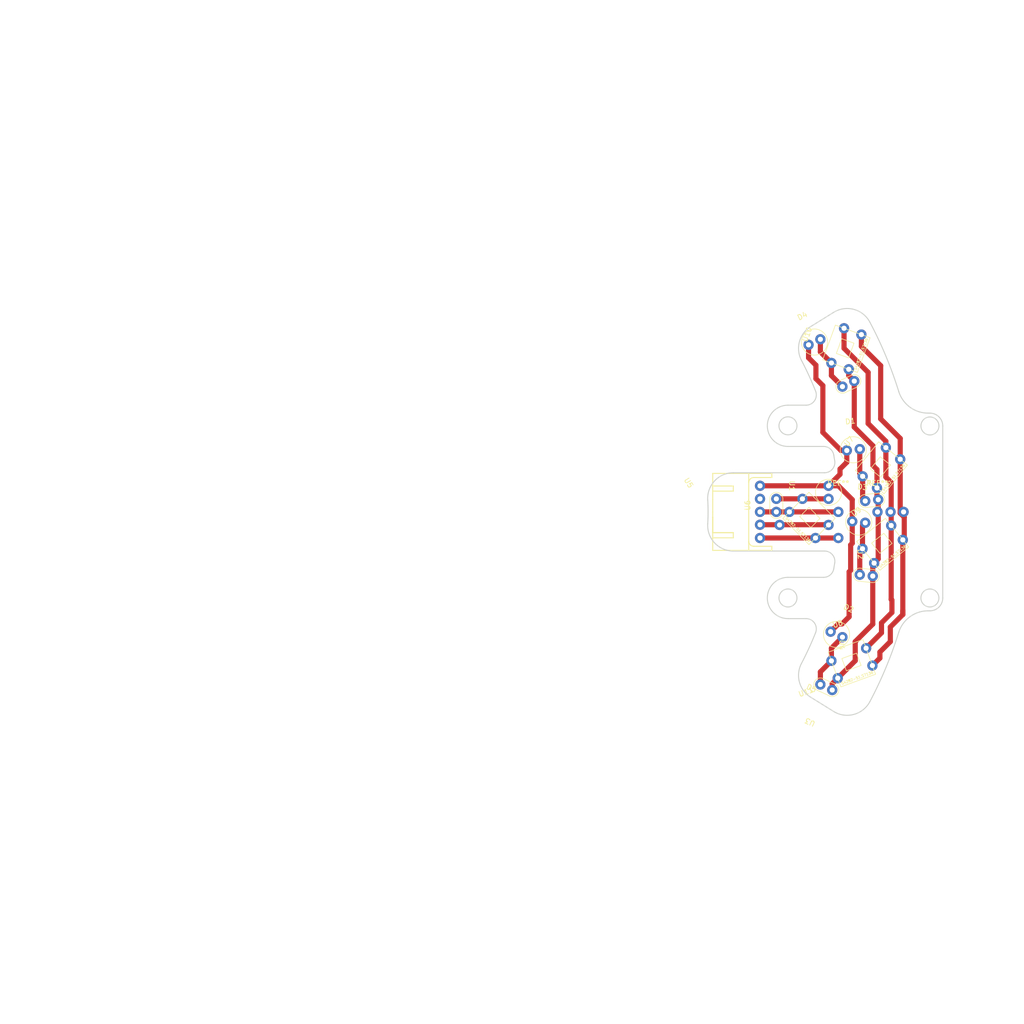
<source format=kicad_pcb>
(kicad_pcb (version 20211014) (generator pcbnew)
  (layers (0 "F.Cu" signal) (31 "B.Cu" signal) (34 "B.Paste" user) (35 "F.Paste" user) (36 "B.SilkS" user "B.Silkscreen") (37 "F.SilkS" user "F.Silkscreen") (38 "B.Mask" user) (39 "F.Mask" user) (44 "Edge.Cuts" user))
  (net 0 "")
  (net 1 "LINE_LED")
  (net 2 "Net-(D1-Pad2)")
  (net 3 "Net-(D2-Pad2)")
  (net 4 "Net-(D3-Pad2)")
  (net 5 "Net-(D4-Pad2)")
  (net 6 "Net-(D5-Pad2)")
  (net 8 "+5V")
  (net 9 "GND")
  (net 10 "LINE_data")
  (footprint "" (layer "F.Cu") (at 73.66 0)
    (fp_text reference "" (at 0 0) (layer "F.SilkS") (effects (font (size 1.27 1.27))))
    (fp_text value "" (at 0 0) (layer "F.SilkS") (effects (font (size 1.27 1.27))))
    (pad "1" thru_hole circle (at 0 0) (size 2 2) (drill 1) (layers F&B.Cu *.Mask))
  )
  (footprint "自分のフットプリント:S4282-51,S7136" (layer "F.Cu") (at 67.330769 0.381921 39)
    (fp_text reference "U9" (at 0 -0.5 39 unlocked) (layer "F.SilkS"))
    (fp_text value "S2")
    (fp_text user "S4282-51,S7136" (at 0 10.668 39 unlocked) (layer "F.SilkS") (effects (font (size 0.5 0.5) (thickness 0.1))))
    (fp_line (start -3.592102 4.027898) (end 3.592102 4.027898) (layer "F.SilkS") (width 0.12))
    (fp_line (start -3.592102 11.212102) (end -3.592102 4.027898) (layer "F.SilkS") (width 0.12))
    (fp_line (start 3.592102 4.027898) (end 3.592102 11.212102) (layer "F.SilkS") (width 0.12))
    (fp_line (start 3.592102 11.212102) (end -3.592102 11.212102) (layer "F.SilkS") (width 0.12))
    (fp_rect (start -1.524 6.096) (end 1.524 8.636) (layer "F.SilkS") (width 0.12) (fill none))
    (pad "1" thru_hole circle (at -3.592102 5.823949 84) (size 2 2) (drill 1) (layers *.Cu *.Mask) (net 4 "Net-(D3-Pad2)"))
    (pad "2" thru_hole circle (at -3.592102 9.416051 84) (size 2 2) (drill 1) (layers *.Cu *.Mask) (net 8 "+5V"))
    (pad "3" thru_hole circle (at 3.592102 9.416051 84) (size 2 2) (drill 1) (layers *.Cu *.Mask) (net 10 "LINE_data"))
    (pad "4" thru_hole circle (at 3.592102 5.823949 84) (size 2 2) (drill 1) (layers *.Cu *.Mask) (net 9 "GND"))
  )
  (footprint "自分のフットプリント:ジャンパ線" (layer "F.Cu") (at 63.5 -5.08)
    (fp_text reference "REF**" (at 0 -0.5 unlocked) (layer "F.SilkS"))
    (fp_text value "ジャンパ線")
    (pad "1" thru_hole circle (at 0 5.08) (size 2 2) (drill 1) (layers F&B.Cu *.Mask))
  )
  (footprint "自分のフットプリント:セラミックコンデンサー" (layer "F.Cu") (at 46.355 -1.27 90)
    (fp_text reference "U6" (at 0 -0.5 90 unlocked) (layer "F.SilkS"))
    (fp_text value "セラミックコンデンサー")
    (fp_line (start -1.27 3.81) (end 1.27 3.81) (layer "F.SilkS") (width 0.12))
    (fp_line (start -1.27 6.35) (end 1.27 6.35) (layer "F.SilkS") (width 0.12))
    (fp_arc (start 1.27 3.81) (mid 2.54 5.08) (end 1.27 6.35) (layer "F.SilkS") (width 0.12))
    (fp_arc (start -1.27 6.35) (mid -2.54 5.08) (end -1.27 3.81) (layer "F.SilkS") (width 0.12))
    (pad "1" thru_hole circle (at -1.27 5.08 90) (size 2 2) (drill 1) (layers *.Cu *.Mask) (net 8 "+5V"))
    (pad "2" thru_hole circle (at 1.27 5.08 90) (size 2 2) (drill 1) (layers *.Cu *.Mask) (net 6 "Net-(D5-Pad2)"))
  )
  (footprint "自分のフットプリント:LED" (layer "F.Cu") (at 65.87926 -17.140153 6)
    (fp_text reference "D1" (at 0 -0.5 6 unlocked) (layer "F.SilkS"))
    (fp_text value "LED")
    (fp_circle (center 0 5.08) (end 0 2.54) (layer "F.SilkS") (width 0.12) (fill none))
    (pad "1" thru_hole circle (at -1.27 5.08 6) (size 2 2) (drill 1) (layers *.Cu *.Mask) (net 1 "LINE_LED"))
    (pad "2" thru_hole circle (at 1.27 5.08 6) (size 2 2) (drill 1) (layers *.Cu *.Mask) (net 2 "Net-(D1-Pad2)"))
  )
  (footprint "自分のフットプリント:LED" (layer "F.Cu") (at 65.297378 19.238349 -25)
    (fp_text reference "D2" (at 0 -0.5 -25 unlocked) (layer "F.SilkS"))
    (fp_text value "LED")
    (fp_circle (center 0 5.08) (end 0 2.54) (layer "F.SilkS") (width 0.12) (fill none))
    (pad "1" thru_hole circle (at -1.27 5.08 335) (size 2 2) (drill 1) (layers *.Cu *.Mask) (net 1 "LINE_LED"))
    (pad "2" thru_hole circle (at 1.27 5.08 335) (size 2 2) (drill 1) (layers *.Cu *.Mask) (net 3 "Net-(D2-Pad2)"))
  )
  (footprint "自分のフットプリント:セラミックコンデンサー" (layer "F.Cu") (at 70.529364 2.803029 -174)
    (fp_text reference "U2" (at 3.31 -5.08 -84 unlocked) (layer "F.SilkS"))
    (fp_text value "セラミックコンデンサー")
    (fp_line (start -1.27 6.35) (end 1.27 6.35) (layer "F.SilkS") (width 0.12))
    (fp_line (start -1.27 3.81) (end 1.27 3.81) (layer "F.SilkS") (width 0.12))
    (fp_arc (start 1.27 3.81) (mid 2.54 5.08) (end 1.27 6.35) (layer "F.SilkS") (width 0.12))
    (fp_arc (start -1.27 6.35) (mid -2.54 5.08) (end -1.27 3.81) (layer "F.SilkS") (width 0.12))
    (pad "1" thru_hole circle (at -1.27 5.08 186) (size 2 2) (drill 1) (layers *.Cu *.Mask) (net 8 "+5V"))
    (pad "2" thru_hole circle (at 1.27 5.08 186) (size 2 2) (drill 1) (layers *.Cu *.Mask) (net 2 "Net-(D1-Pad2)"))
  )
  (footprint "" (layer "F.Cu") (at 63.5 5.08)
    (fp_text reference "" (at 0 0) (layer "F.SilkS") (effects (font (size 1.27 1.27))))
    (fp_text value "" (at 0 0) (layer "F.SilkS") (effects (font (size 1.27 1.27))))
    (pad "1" thru_hole circle (at 0 0) (size 2 2) (drill 1) (layers F&B.Cu *.Mask))
  )
  (footprint "" (layer "F.Cu") (at 76.2 0)
    (fp_text reference "" (at 0 0) (layer "F.SilkS") (effects (font (size 1.27 1.27))))
    (fp_text value "" (at 0 0) (layer "F.SilkS") (effects (font (size 1.27 1.27))))
    (pad "1" thru_hole circle (at 0 0) (size 2 2) (drill 1) (layers F&B.Cu *.Mask))
  )
  (footprint "自分のフットプリント:セラミックコンデンサー" (layer "F.Cu") (at 67.5994 -20.311798 -155)
    (fp_text reference "U5" (at 36.30832 0.753279 -59 unlocked) (layer "F.SilkS"))
    (fp_text value "セラミックコンデンサー")
    (fp_line (start -1.27 3.81) (end 1.27 3.81) (layer "F.SilkS") (width 0.12))
    (fp_line (start -1.27 6.35) (end 1.27 6.35) (layer "F.SilkS") (width 0.12))
    (fp_arc (start -1.27 6.35) (mid -2.54 5.08) (end -1.27 3.81) (layer "F.SilkS") (width 0.12))
    (fp_arc (start 1.27 3.81) (mid 2.54 5.08) (end 1.27 6.35) (layer "F.SilkS") (width 0.12))
    (pad "1" thru_hole circle (at -1.27 5.08 205) (size 2 2) (drill 1) (layers *.Cu *.Mask) (net 8 "+5V"))
    (pad "2" thru_hole circle (at 1.27 5.08 205) (size 2 2) (drill 1) (layers *.Cu *.Mask) (net 5 "Net-(D4-Pad2)"))
  )
  (footprint "自分のフットプリント:LED" (layer "F.Cu") (at 68.003278 -3.068532 -6)
    (fp_text reference "D3" (at 0 -1.77 -6 unlocked) (layer "F.SilkS"))
    (fp_text value "LED")
    (fp_circle (center 0 5.08) (end 0 2.54) (layer "F.SilkS") (width 0.12) (fill none))
    (pad "1" thru_hole circle (at -1.27 5.08 354) (size 2 2) (drill 1) (layers *.Cu *.Mask) (net 1 "LINE_LED"))
    (pad "2" thru_hole circle (at 1.27 5.08 354) (size 2 2) (drill 1) (layers *.Cu *.Mask) (net 4 "Net-(D3-Pad2)"))
  )
  (footprint "自分のフットプリント:LED" (layer "F.Cu") (at 56.709776 -37.654522 25)
    (fp_text reference "D4" (at 0 -0.5 25 unlocked) (layer "F.SilkS"))
    (fp_text value "LED")
    (fp_circle (center 0 5.08) (end 0 2.54) (layer "F.SilkS") (width 0.12) (fill none))
    (pad "1" thru_hole circle (at -1.27 5.08 25) (size 2 2) (drill 1) (layers *.Cu *.Mask) (net 1 "LINE_LED"))
    (pad "2" thru_hole circle (at 1.27 5.08 25) (size 2 2) (drill 1) (layers *.Cu *.Mask) (net 5 "Net-(D4-Pad2)"))
  )
  (footprint "自分のフットプリント:ジャンパ線" (layer "F.Cu") (at 71.12 -5.08)
    (fp_text reference "REF**" (at 0 -0.5 unlocked) (layer "F.SilkS"))
    (fp_text value "ジャンパ線")
    (pad "1" thru_hole circle (at 0 5.08) (size 2 2) (drill 1) (layers *.Cu *.Mask))
  )
  (footprint "自分のフットプリント:S4282-51,S7136" (layer "F.Cu") (at 63.173154 -4.118154 -45)
    (fp_text reference "U11" (at 23.467777 31.922444 20 unlocked) (layer "F.SilkS"))
    (fp_text value "S0")
    (fp_text user "S4282-51,S7136" (at 0 10.668 -45 unlocked) (layer "F.SilkS") (effects (font (size 0.5 0.5) (thickness 0.1))))
    (fp_line (start -3.592102 4.027898) (end 3.592102 4.027898) (layer "F.SilkS") (width 0.12))
    (fp_line (start 3.592102 11.212102) (end -3.592102 11.212102) (layer "F.SilkS") (width 0.12))
    (fp_line (start 3.592102 4.027898) (end 3.592102 11.212102) (layer "F.SilkS") (width 0.12))
    (fp_line (start -3.592102 11.212102) (end -3.592102 4.027898) (layer "F.SilkS") (width 0.12))
    (fp_rect (start -1.524 6.096) (end 1.524 8.636) (layer "F.SilkS") (width 0.12) (fill none))
    (pad "1" thru_hole circle (at -3.592102 5.823949) (size 2 2) (drill 1) (layers *.Cu *.Mask) (net 6 "Net-(D5-Pad2)"))
    (pad "2" thru_hole circle (at -3.592102 9.416051) (size 2 2) (drill 1) (layers *.Cu *.Mask) (net 8 "+5V"))
    (pad "3" thru_hole circle (at 3.592102 9.416051) (size 2 2) (drill 1) (layers *.Cu *.Mask) (net 10 "LINE_data"))
    (pad "4" thru_hole circle (at 3.592102 5.823949) (size 2 2) (drill 1) (layers *.Cu *.Mask) (net 9 "GND"))
  )
  (footprint "自分のフットプリント:セラミックコンデンサー" (layer "F.Cu") (at 68.405345 17.405656 174)
    (fp_text reference "U4" (at 3.309999 -8.89 264 unlocked) (layer "F.SilkS"))
    (fp_text value "セラミックコンデンサー")
    (fp_line (start -1.27 6.35) (end 1.27 6.35) (layer "F.SilkS") (width 0.12))
    (fp_line (start -1.27 3.81) (end 1.27 3.81) (layer "F.SilkS") (width 0.12))
    (fp_arc (start -1.27 6.35) (mid -2.54 5.08) (end -1.27 3.81) (layer "F.SilkS") (width 0.12))
    (fp_arc (start 1.27 3.81) (mid 2.54 5.08) (end 1.27 6.35) (layer "F.SilkS") (width 0.12))
    (pad "1" thru_hole circle (at -1.27 5.08 174) (size 2 2) (drill 1) (layers *.Cu *.Mask) (net 8 "+5V"))
    (pad "2" thru_hole circle (at 1.27 5.08 174) (size 2 2) (drill 1) (layers *.Cu *.Mask) (net 4 "Net-(D3-Pad2)"))
  )
  (footprint "自分のフットプリント:セラミックコンデンサー" (layer "F.Cu") (at 59.011797 38.727974 155)
    (fp_text reference "U3" (at 0 -2.405 155 unlocked) (layer "F.SilkS"))
    (fp_text value "セラミックコンデンサー")
    (fp_line (start -1.27 3.81) (end 1.27 3.81) (layer "F.SilkS") (width 0.12))
    (fp_line (start -1.27 6.35) (end 1.27 6.35) (layer "F.SilkS") (width 0.12))
    (fp_arc (start -1.27 6.35) (mid -2.54 5.08) (end -1.27 3.81) (layer "F.SilkS") (width 0.12))
    (fp_arc (start 1.27 3.81) (mid 2.54 5.08) (end 1.27 6.35) (layer "F.SilkS") (width 0.12))
    (pad "1" thru_hole circle (at -1.27 5.08 155) (size 2 2) (drill 1) (layers *.Cu *.Mask) (net 8 "+5V"))
    (pad "2" thru_hole circle (at 1.27 5.08 155) (size 2 2) (drill 1) (layers *.Cu *.Mask) (net 3 "Net-(D2-Pad2)"))
  )
  (footprint "自分のフットプリント:S4282-51,S7136" (layer "F.Cu") (at 65.964872 -13.377567 51)
    (fp_text reference "U7" (at 0 -0.5 51 unlocked) (layer "F.SilkS"))
    (fp_text value "S0")
    (fp_text user "S4282-51,S7136" (at 0 10.668 51 unlocked) (layer "F.SilkS") (effects (font (size 0.5 0.5) (thickness 0.1))))
    (fp_line (start -3.592102 4.027898) (end 3.592102 4.027898) (layer "F.SilkS") (width 0.12))
    (fp_line (start 3.592102 11.212102) (end -3.592102 11.212102) (layer "F.SilkS") (width 0.12))
    (fp_line (start 3.592102 4.027898) (end 3.592102 11.212102) (layer "F.SilkS") (width 0.12))
    (fp_line (start -3.592102 11.212102) (end -3.592102 4.027898) (layer "F.SilkS") (width 0.12))
    (fp_rect (start -1.524 6.096) (end 1.524 8.636) (layer "F.SilkS") (width 0.12) (fill none))
    (pad "1" thru_hole circle (at -3.592102 5.823949 96) (size 2 2) (drill 1) (layers *.Cu *.Mask) (net 2 "Net-(D1-Pad2)"))
    (pad "2" thru_hole circle (at -3.592102 9.416051 96) (size 2 2) (drill 1) (layers *.Cu *.Mask) (net 8 "+5V"))
    (pad "3" thru_hole circle (at 3.592102 9.416051 96) (size 2 2) (drill 1) (layers *.Cu *.Mask) (net 10 "LINE_data"))
    (pad "4" thru_hole circle (at 3.592102 5.823949 96) (size 2 2) (drill 1) (layers *.Cu *.Mask) (net 9 "GND"))
  )
  (footprint "自分のフットプリント:LED" (layer "F.Cu") (at 66.675 -3.81 -90)
    (fp_text reference "D5" (at 38.133842 8.412103 -25 unlocked) (layer "F.SilkS"))
    (fp_text value "LED")
    (fp_circle (center 0 5.08) (end 0 2.54) (layer "F.SilkS") (width 0.12) (fill none))
    (pad "1" thru_hole circle (at -1.27 5.08 270) (size 2 2) (drill 1) (layers *.Cu *.Mask) (net 1 "LINE_LED"))
    (pad "2" thru_hole circle (at 1.27 5.08 270) (size 2 2) (drill 1) (layers *.Cu *.Mask) (net 6 "Net-(D5-Pad2)"))
  )
  (footprint "自分のフットプリント:S4282-51,S7136" (layer "F.Cu") (at 63.538152 22.281868 20)
    (fp_text reference "U8" (at 0 -0.5 20 unlocked) (layer "F.SilkS"))
    (fp_text value "S1")
    (fp_text user "S4282-51,S7136" (at 0 10.668 20 unlocked) (layer "F.SilkS") (effects (font (size 0.5 0.5) (thickness 0.1))))
    (fp_line (start 3.592102 4.027898) (end 3.592102 11.212102) (layer "F.SilkS") (width 0.12))
    (fp_line (start 3.592102 11.212102) (end -3.592102 11.212102) (layer "F.SilkS") (width 0.12))
    (fp_line (start -3.592102 4.027898) (end 3.592102 4.027898) (layer "F.SilkS") (width 0.12))
    (fp_line (start -3.592102 11.212102) (end -3.592102 4.027898) (layer "F.SilkS") (width 0.12))
    (fp_rect (start -1.524 6.096) (end 1.524 8.636) (layer "F.SilkS") (width 0.12) (fill none))
    (pad "1" thru_hole circle (at -3.592102 5.823949 65) (size 2 2) (drill 1) (layers *.Cu *.Mask) (net 3 "Net-(D2-Pad2)"))
    (pad "2" thru_hole circle (at -3.592102 9.416051 65) (size 2 2) (drill 1) (layers *.Cu *.Mask) (net 8 "+5V"))
    (pad "3" thru_hole circle (at 3.592102 9.416051 65) (size 2 2) (drill 1) (layers *.Cu *.Mask) (net 10 "LINE_data"))
    (pad "4" thru_hole circle (at 3.592102 5.823949 65) (size 2 2) (drill 1) (layers *.Cu *.Mask) (net 9 "GND"))
  )
  (footprint "自分のフットプリント:S4282-51,S7136" (layer "F.Cu") (at 57.910437 -34.350541 70)
    (fp_text reference "U10" (at 0 -0.5 70 unlocked) (layer "F.SilkS"))
    (fp_text value "S3")
    (fp_text user "S4282-51,S7136" (at 0 10.668 70 unlocked) (layer "F.SilkS") (effects (font (size 0.5 0.5) (thickness 0.1))))
    (fp_line (start 3.592102 11.212102) (end -3.592102 11.212102) (layer "F.SilkS") (width 0.12))
    (fp_line (start -3.592102 11.212102) (end -3.592102 4.027898) (layer "F.SilkS") (width 0.12))
    (fp_line (start 3.592102 4.027898) (end 3.592102 11.212102) (layer "F.SilkS") (width 0.12))
    (fp_line (start -3.592102 4.027898) (end 3.592102 4.027898) (layer "F.SilkS") (width 0.12))
    (fp_rect (start -1.524 6.096) (end 1.524 8.636) (layer "F.SilkS") (width 0.12) (fill none))
    (pad "1" thru_hole circle (at -3.592102 5.823949 115) (size 2 2) (drill 1) (layers *.Cu *.Mask) (net 5 "Net-(D4-Pad2)"))
    (pad "2" thru_hole circle (at -3.592102 9.416051 115) (size 2 2) (drill 1) (layers *.Cu *.Mask) (net 8 "+5V"))
    (pad "3" thru_hole circle (at 3.592102 9.416051 115) (size 2 2) (drill 1) (layers *.Cu *.Mask) (net 10 "LINE_data"))
    (pad "4" thru_hole circle (at 3.592102 5.823949 115) (size 2 2) (drill 1) (layers *.Cu *.Mask) (net 9 "GND"))
  )
  (footprint "" (layer "F.Cu") (at 52.07 2.54)
    (fp_text reference "" (at 0 0) (layer "F.SilkS") (effects (font (size 1.27 1.27))))
    (fp_text value "" (at 0 0) (layer "F.SilkS") (effects (font (size 1.27 1.27))))
    (pad "1" thru_hole circle (at 0 0) (size 2 2) (drill 1) (layers F&B.Cu *.Mask))
  )
  (footprint "自分のフットプリント:L字コネクター5ピン" (layer "F.Cu") (at 55.88 -5.08 -90)
    (fp_text reference "U1" (at 0 1.405 -90 unlocked) (layer "F.SilkS"))
    (fp_text value "コネクター5ピン")
    (fp_line (start -2.41 5.32) (end -1.61 5.32) (layer "F.SilkS") (width 0.2))
    (fp_line (start 4.47 9.82) (end 12.57 9.82) (layer "F.SilkS") (width 0.2))
    (fp_line (start 2.67 16.82) (end 0.13 16.82) (layer "F.SilkS") (width 0.2))
    (fp_line (start -2.41 9.82) (end -2.41 5.32) (layer "F.SilkS") (width 0.2))
    (fp_line (start 9.12 16.82) (end 6.12 16.82) (layer "F.SilkS") (width 0.2))
    (fp_line (start 12.57 16.82) (end 10.12 16.82) (layer "F.SilkS") (width 0.2))
    (fp_line (start 1.93 9.82) (end 2.67 9.82) (layer "F.SilkS") (width 0.2))
    (fp_line (start 12.57 9.82) (end 12.57 16.82) (layer "F.SilkS") (width 0.2))
    (fp_line (start -2.41 9.82) (end 1.93 9.82) (layer "F.SilkS") (width 0.2))
    (fp_line (start 11.77 5.32) (end 12.57 5.32) (layer "F.SilkS") (width 0.2))
    (fp_line (start 9.12 12.82) (end 10.12 12.82) (layer "F.SilkS") (width 0.2))
    (fp_line (start 9.12 16.82) (end 9.12 12.82) (layer "F.SilkS") (width 0.2))
    (fp_line (start 9.12 12.82) (end 9.12 16.82) (layer "F.SilkS") (width 0.2))
    (fp_line (start 1.04 12.82) (end 0.04 12.82) (layer "F.SilkS") (width 0.2))
    (fp_line (start 5.12 16.82) (end 2.67 16.82) (layer "F.SilkS") (width 0.2))
    (fp_line (start 1.04 16.82) (end 1.04 12.82) (layer "F.SilkS") (width 0.2))
    (fp_line (start 0.13 16.82) (end -2.41 16.82) (layer "F.SilkS") (width 0.2))
    (fp_line (start 2.67 9.82) (end 4.47 9.82) (layer "F.SilkS") (width 0.2))
    (fp_line (start 10.12 12.82) (end 10.12 16.82) (layer "F.SilkS") (width 0.2))
    (fp_line (start 6.12 16.82) (end 5.12 16.82) (layer "F.SilkS") (width 0.2))
    (fp_line (start 6.12 16.82) (end 9.12 16.82) (layer "F.SilkS") (width 0.2))
    (fp_line (start -2.41 16.82) (end -2.41 9.82) (layer "F.SilkS") (width 0.2))
    (fp_line (start -1.61 5.32) (end -1.61 8.82) (layer "F.SilkS") (width 0.2))
    (fp_line (start 0.04 12.82) (end 0.04 16.82) (layer "F.SilkS") (width 0.2))
    (fp_line (start 11.77 8.82) (end 11.77 5.32) (layer "F.SilkS") (width 0.2))
    (fp_line (start 10.12 16.82) (end 9.12 16.82) (layer "F.SilkS") (width 0.2))
    (fp_line (start 12.57 5.32) (end 12.57 9.82) (layer "F.SilkS") (width 0.2))
    (fp_arc (start -0.61 9.82) (mid -1.317107 9.527107) (end -1.61 8.82) (layer "F.SilkS") (width 0.2))
    (fp_arc (start 11.77 8.82) (mid 11.477107 9.527107) (end 10.77 9.82) (layer "F.SilkS") (width 0.2))
    (pad "1" thru_hole circle (at 0 7.62 90) (size 2 2) (drill 1) (layers *.Mask "F.Cu" "In1.Cu" "B.Cu") (net 1 "LINE_LED"))
    (pad "2" thru_hole circle (at 2.54 7.62 90) (size 2 2) (drill 1) (layers *.Mask "F.Cu" "In1.Cu" "B.Cu"))
    (pad "3" thru_hole circle (at 5.08 7.62 90) (size 2 2) (drill 1) (layers *.Mask "F.Cu" "In1.Cu" "B.Cu") (net 8 "+5V"))
    (pad "4" thru_hole circle (at 7.58 7.62 90) (size 2 2) (drill 1) (layers *.Cu *.Mask) (net 9 "GND"))
    (pad "5" thru_hole circle (at 10.16 7.62 90) (size 2 2) (drill 1) (layers *.Mask "F.Cu" "In1.Cu" "B.Cu") (net 10 "LINE_data"))
  )
  (gr_arc (start 62.79922 -9.932442) (mid 62.344458 -8.320917) (end 60.823775 -7.619999) (layer "Edge.Cuts") (width 0.2))
  (gr_arc (start 38.084617 -2.31644) (mid 38.155 0) (end 38.084617 2.316441) (layer "Edge.Cuts") (width 0.2))
  (gr_arc (start 59.075897 23.503854) (mid 57.778663 26.533341) (end 56.326193 29.49154) (layer "Edge.Cuts") (width 0.2))
  (gr_arc (start 56.326193 -29.491539) (mid 55.932342 -33.127944) (end 58.11971 -36.059483) (layer "Edge.Cuts") (width 0.2))
  (gr_line (start 60.823775 -7.619999) (end 43.075394 -7.62) (layer "Edge.Cuts") (width 0.2))
  (gr_circle (center 53.700144 16.75) (end 54.93758 15.512563) (layer "Edge.Cuts") (width 0.2) (fill none))
  (gr_line (start 57.217576 -20.7645) (end 53.700144 -20.764499) (layer "Edge.Cuts") (width 0.2))
  (gr_line (start 58.11971 36.059484) (end 62.58336 38.828904) (layer "Edge.Cuts") (width 0.2))
  (gr_line (start 53.700144 20.7645) (end 57.217576 20.764501) (layer "Edge.Cuts") (width 0.2))
  (gr_line (start 62.58336 -38.828903) (end 58.11971 -36.059483) (layer "Edge.Cuts") (width 0.2))
  (gr_arc (start 60.823775 7.62) (mid 62.344442 8.320941) (end 62.79922 9.932442) (layer "Edge.Cuts") (width 0.2))
  (gr_arc (start 57.217576 20.764501) (mid 58.872673 21.641715) (end 59.075897 23.503854) (layer "Edge.Cuts") (width 0.2))
  (gr_line (start 83.819838 16.75) (end 83.819837 -16.72353) (layer "Edge.Cuts") (width 0.2))
  (gr_circle (center 81.319838 16.75) (end 82.557275 15.512563) (layer "Edge.Cuts") (width 0.2) (fill none))
  (gr_line (start 62.79922 9.932442) (end 62.606201 11.084172) (layer "Edge.Cuts") (width 0.2))
  (gr_arc (start 75.246342 23.463855) (mid 72.753492 30.32314) (end 69.636872 36.92244) (layer "Edge.Cuts") (width 0.2))
  (gr_arc (start 58.11971 36.059484) (mid 55.932363 33.127939) (end 56.326193 29.49154) (layer "Edge.Cuts") (width 0.2))
  (gr_circle (center 53.700144 -16.75) (end 54.93758 -17.987436) (layer "Edge.Cuts") (width 0.2) (fill none))
  (gr_arc (start 69.636872 36.92244) (mid 66.524018 39.407027) (end 62.58336 38.828904) (layer "Edge.Cuts") (width 0.2))
  (gr_arc (start 62.606201 11.084172) (mid 61.921873 12.268051) (end 60.636829 12.7355) (layer "Edge.Cuts") (width 0.2))
  (gr_arc (start 80.956399 -19.219765) (mid 77.416343 -20.395425) (end 75.255116 -23.4357) (layer "Edge.Cuts") (width 0.2))
  (gr_arc (start 83.819838 16.75) (mid 83.087605 18.517767) (end 81.319838 19.25) (layer "Edge.Cuts") (width 0.2))
  (gr_line (start 60.636829 12.7355) (end 53.700144 12.7355) (layer "Edge.Cuts") (width 0.2))
  (gr_arc (start 62.58336 -38.828903) (mid 66.524017 -39.407022) (end 69.636872 -36.922439) (layer "Edge.Cuts") (width 0.2))
  (gr_arc (start 56.326193 -29.491539) (mid 57.77866 -26.53334) (end 59.075897 -23.503854) (layer "Edge.Cuts") (width 0.2))
  (gr_circle (center 81.325285 -16.72353) (end 82.562721 -17.960967) (layer "Edge.Cuts") (width 0.2) (fill none))
  (gr_line (start 62.606201 -11.084171) (end 62.79922 -9.932442) (layer "Edge.Cuts") (width 0.2))
  (gr_line (start 53.700144 -12.7355) (end 60.636829 -12.7355) (layer "Edge.Cuts") (width 0.2))
  (gr_arc (start 81.325285 -19.218083) (mid 83.089198 -18.48744) (end 83.819837 -16.72353) (layer "Edge.Cuts") (width 0.2))
  (gr_arc (start 75.246342 23.463855) (mid 77.418818 20.416942) (end 80.974316 19.25) (layer "Edge.Cuts") (width 0.2))
  (gr_line (start 80.974316 19.25) (end 81.319838 19.25) (layer "Edge.Cuts") (width 0.2))
  (gr_line (start 43.075394 7.620001) (end 60.823775 7.62) (layer "Edge.Cuts") (width 0.2))
  (gr_arc (start 59.075897 -23.503854) (mid 58.872702 -21.641681) (end 57.217576 -20.7645) (layer "Edge.Cuts") (width 0.2))
  (gr_arc (start 53.700144 20.7645) (mid 49.685644 16.75) (end 53.700144 12.7355) (layer "Edge.Cuts") (width 0.2))
  (gr_line (start 81.325285 -19.218083) (end 80.956399 -19.219765) (layer "Edge.Cuts") (width 0.2))
  (gr_arc (start 43.075394 7.620001) (mid 39.434119 6.046528) (end 38.084617 2.316441) (layer "Edge.Cuts") (width 0.2))
  (gr_arc (start 69.636872 -36.922439) (mid 72.759159 -30.309526) (end 75.255116 -23.4357) (layer "Edge.Cuts") (width 0.2))
  (gr_arc (start 38.084617 -2.31644) (mid 39.434116 -6.04653) (end 43.075394 -7.62) (layer "Edge.Cuts") (width 0.2))
  (gr_arc (start 60.636829 -12.7355) (mid 61.921868 -12.268037) (end 62.606201 -11.084171) (layer "Edge.Cuts") (width 0.2))
  (gr_arc (start 53.700144 -12.7355) (mid 49.685644 -16.75) (end 53.700144 -20.764499) (layer "Edge.Cuts") (width 0.2))
  (segment (start 59.14 -25.93) (end 59.14 -28.55) (width 1) (layer "F.Cu") (net 1))
  (segment (start 60.49 -15.48) (end 60.49 -24.58) (width 1) (layer "F.Cu") (net 1))
  (segment (start 63.83 -7.315) (end 63.83 -8.34) (width 1) (layer "F.Cu") (net 1))
  (segment (start 65.9 11.36) (end 65.6 11.66) (width 1) (layer "F.Cu") (net 1))
  (segment (start 66.209231 -2.380769) (end 66.209231 1.850888) (width 1) (layer "F.Cu") (net 1))
  (segment (start 61.595 -5.08) (end 63.83 -7.315) (width 1) (layer "F.Cu") (net 1))
  (segment (start 63.43 21.8) (end 63.43 21.875133) (width 1) (layer "F.Cu") (net 1))
  (segment (start 61.595 -5.08) (end 48.26 -5.08) (width 1) (layer "F.Cu") (net 1))
  (segment (start 63.43 21.875133) (end 61.999466 23.305667) (width 1) (layer "F.Cu") (net 1))
  (segment (start 65.6 20.41) (end 64.21 21.8) (width 1) (layer "F.Cu") (net 1))
  (segment (start 59.14 -28.55) (end 57.705666 -29.984334) (width 1) (layer "F.Cu") (net 1))
  (segment (start 65.9 6.42) (end 65.9 11.36) (width 1) (layer "F.Cu") (net 1))
  (segment (start 65.6 11.66) (end 65.6 20.41) (width 1) (layer "F.Cu") (net 1))
  (segment (start 64.014769 -11.955231) (end 60.49 -15.48) (width 1) (layer "F.Cu") (net 1))
  (segment (start 66.209231 6.110769) (end 65.9 6.42) (width 1) (layer "F.Cu") (net 1))
  (segment (start 61.595 -5.08) (end 63.51 -5.08) (width 1) (layer "F.Cu") (net 1))
  (segment (start 65.147222 -11.955231) (end 64.014769 -11.955231) (width 1) (layer "F.Cu") (net 1))
  (segment (start 60.49 -24.58) (end 59.14 -25.93) (width 1) (layer "F.Cu") (net 1))
  (segment (start 65.147222 -9.657222) (end 65.147222 -11.955231) (width 1) (layer "F.Cu") (net 1))
  (segment (start 64.21 21.8) (end 63.43 21.8) (width 1) (layer "F.Cu") (net 1))
  (segment (start 57.705666 -29.984334) (end 57.705666 -32.513753) (width 1) (layer "F.Cu") (net 1))
  (segment (start 63.51 -5.08) (end 66.209231 -2.380769) (width 1) (layer "F.Cu") (net 1))
  (segment (start 66.209231 1.850888) (end 66.209231 6.110769) (width 1) (layer "F.Cu") (net 1))
  (segment (start 63.83 -8.34) (end 65.147222 -9.657222) (width 1) (layer "F.Cu") (net 1))
  (segment (start 67.673307 -12.220733) (end 67.673307 -7.47789) (width 1) (layer "F.Cu") (net 2))
  (segment (start 67.673307 -7.47789) (end 68.230347 -6.92085) (width 1) (layer "F.Cu") (net 2))
  (segment (start 68.230347 -2.621361) (end 68.735317 -2.116391) (width 1) (layer "F.Cu") (net 2))
  (segment (start 68.230347 -6.92085) (end 68.230347 -2.621361) (width 1) (layer "F.Cu") (net 2))
  (segment (start 60.007687 31.130062) (end 62.154588 28.983161) (width 1) (layer "F.Cu") (net 3))
  (segment (start 60.007687 33.587205) (end 60.007687 31.130062) (width 1) (layer "F.Cu") (net 3))
  (segment (start 62.154588 26.526018) (end 64.301488 24.379118) (width 1) (layer "F.Cu") (net 3))
  (segment (start 62.154588 28.983161) (end 62.154588 26.526018) (width 1) (layer "F.Cu") (net 3))
  (segment (start 67.673307 7.699566) (end 68.204311 7.168562) (width 1) (layer "F.Cu") (net 4))
  (segment (start 67.673307 12.220734) (end 67.673307 7.699566) (width 1) (layer "F.Cu") (net 4))
  (segment (start 68.204311 7.168562) (end 68.204311 2.647395) (width 1) (layer "F.Cu") (net 4))
  (segment (start 68.204311 2.647395) (end 68.735316 2.11639) (width 1) (layer "F.Cu") (net 4))
  (segment (start 60.007688 -33.587204) (end 60.007688 -31.130061) (width 1) (layer "F.Cu") (net 5))
  (segment (start 62.154588 -26.526016) (end 64.301488 -24.379116) (width 1) (layer "F.Cu") (net 5))
  (segment (start 62.154588 -28.983161) (end 62.154588 -26.526016) (width 1) (layer "F.Cu") (net 5))
  (segment (start 60.007688 -31.130061) (end 62.154588 -28.983161) (width 1) (layer "F.Cu") (net 5))
  (segment (start 51.435 -2.54) (end 61.595 -2.54) (width 1) (layer "F.Cu") (net 6))
  (segment (start 62.309709 34.660656) (end 62.309709 33.432083) (width 1) (layer "F.Cu") (net 8))
  (segment (start 70.199392 10.225652) (end 70.464894 9.96015) (width 1) (layer "F.Cu") (net 8))
  (segment (start 70.199392 21.840608) (end 70.199392 12.486236) (width 1) (layer "F.Cu") (net 8))
  (segment (start 66.79 25.25) (end 70.199392 21.840608) (width 1) (layer "F.Cu") (net 8))
  (segment (start 71.261402 9.163642) (end 70.464894 9.96015) (width 1) (layer "F.Cu") (net 8))
  (segment (start 71.261402 -2.381893) (end 71.261402 9.163642) (width 1) (layer "F.Cu") (net 8))
  (segment (start 65.530059 -27.75459) (end 65.530059 -26.526018) (width 1) (layer "F.Cu") (net 8))
  (segment (start 71.021935 -4.660267) (end 71.021935 -2.62136) (width 1) (layer "F.Cu") (net 8))
  (segment (start 63.383159 32.358633) (end 66.79 28.951792) (width 1) (layer "F.Cu") (net 8))
  (segment (start 65.530059 -26.526018) (end 66.60351 -25.452567) (width 1) (layer "F.Cu") (net 8))
  (segment (start 66.79 28.951792) (end 66.79 25.25) (width 1) (layer "F.Cu") (net 8))
  (segment (start 70.199392 12.486236) (end 70.199392 10.225652) (width 1) (layer "F.Cu") (net 8))
  (segment (start 70.24 -12.86) (end 70.24 -9.02) (width 1) (layer "F.Cu") (net 8))
  (segment (start 66.60351 -25.452567) (end 66.60351 -16.49649) (width 1) (layer "F.Cu") (net 8))
  (segment (start 53.975001 0) (end 63.5 0) (width 1) (layer "F.Cu") (net 8))
  (segment (start 62.309709 33.432083) (end 63.383159 32.358633) (width 1) (layer "F.Cu") (net 8))
  (segment (start 71.021935 -2.62136) (end 71.261402 -2.381893) (width 1) (layer "F.Cu") (net 8))
  (segment (start 71.021935 -8.238065) (end 71.021935 -4.660267) (width 1) (layer "F.Cu") (net 8))
  (segment (start 48.26 0) (end 53.975001 0) (width 1) (layer "F.Cu") (net 8))
  (segment (start 66.60351 -16.49649) (end 70.24 -12.86) (width 1) (layer "F.Cu") (net 8))
  (segment (start 70.24 -9.02) (end 71.021935 -8.238065) (width 1) (layer "F.Cu") (net 8))
  (segment (start 71.9 21.6) (end 73.93 19.57) (width 1) (layer "F.Cu") (net 9))
  (segment (start 48.26 2.5) (end 61.555 2.5) (width 1) (layer "F.Cu") (net 9))
  (segment (start 68.905532 26.526019) (end 71.9 23.531551) (width 1) (layer "F.Cu") (net 9))
  (segment (start 69.3 -17.2) (end 69.3 -27.15) (width 1) (layer "F.Cu") (net 9))
  (segment (start 73.93 19.57) (end 73.93 17.17) (width 1) (layer "F.Cu") (net 9))
  (segment (start 72.751513 -12.504025) (end 72.751513 -6.768487) (width 1) (layer "F.Cu") (net 9))
  (segment (start 72.751513 -13.748487) (end 69.3 -17.2) (width 1) (layer "F.Cu") (net 9))
  (segment (start 69.3 -27.15) (end 64.61173 -31.83827) (width 1) (layer "F.Cu") (net 9))
  (segment (start 73.93 17.17) (end 73.787486 17.027486) (width 1) (layer "F.Cu") (net 9))
  (segment (start 71.9 23.531551) (end 71.9 21.6) (width 1) (layer "F.Cu") (net 9))
  (segment (start 72.751513 -12.504025) (end 72.751513 -13.748487) (width 1) (layer "F.Cu") (net 9))
  (segment (start 61.555 2.5) (end 61.595 2.54) (width 1) (layer "F.Cu") (net 9))
  (segment (start 72.751513 -6.768487) (end 73.787486 -5.732514) (width 1) (layer "F.Cu") (net 9))
  (segment (start 64.61173 -31.83827) (end 64.61173 -35.734105) (width 1) (layer "F.Cu") (net 9))
  (segment (start 73.787486 17.027486) (end 73.787486 2.647396) (width 1) (layer "F.Cu") (net 9))
  (segment (start 73.787486 -5.732514) (end 73.787486 2.647396) (width 1) (layer "F.Cu") (net 9))
  (segment (start 59.055 5.079999) (end 63.5 5.08) (width 1) (layer "F.Cu") (net 10))
  (segment (start 71.59 28.445593) (end 70.134103 29.90149) (width 1) (layer "F.Cu") (net 10))
  (segment (start 71.74 -28.46) (end 67.987202 -32.212798) (width 1) (layer "F.Cu") (net 10))
  (segment (start 76.048069 5.438984) (end 76.048069 19.971931) (width 1) (layer "F.Cu") (net 10))
  (segment (start 75.543101 -14.296899) (end 71.74 -18.1) (width 1) (layer "F.Cu") (net 10))
  (segment (start 73.62 22.4) (end 73.62 25.24) (width 1) (layer "F.Cu") (net 10))
  (segment (start 75.543101 0.243101) (end 76.33 1.03) (width 1) (layer "F.Cu") (net 10))
  (segment (start 76.33 5.157053) (end 76.048069 5.438984) (width 1) (layer "F.Cu") (net 10))
  (segment (start 71.59 27.27) (end 71.59 28.445593) (width 1) (layer "F.Cu") (net 10))
  (segment (start 48.26 5.08) (end 59.055 5.079999) (width 1) (layer "F.Cu") (net 10))
  (segment (start 73.62 25.24) (end 71.59 27.27) (width 1) (layer "F.Cu") (net 10))
  (segment (start 75.543101 -10.243442) (end 75.543101 -14.296899) (width 1) (layer "F.Cu") (net 10))
  (segment (start 75.543101 -10.243442) (end 75.543101 0.243101) (width 1) (layer "F.Cu") (net 10))
  (segment (start 76.33 1.03) (end 76.33 5.157053) (width 1) (layer "F.Cu") (net 10))
  (segment (start 71.74 -18.1) (end 71.74 -28.46) (width 1) (layer "F.Cu") (net 10))
  (segment (start 67.987202 -32.212798) (end 67.987202 -34.505534) (width 1) (layer "F.Cu") (net 10))
  (segment (start 76.048069 19.971931) (end 76.048069 19.201931) (width 1) (layer "F.Cu") (net 10))
  (segment (start 76.048069 19.971931) (end 73.62 22.4) (width 1) (layer "F.Cu") (net 10))
)
</source>
